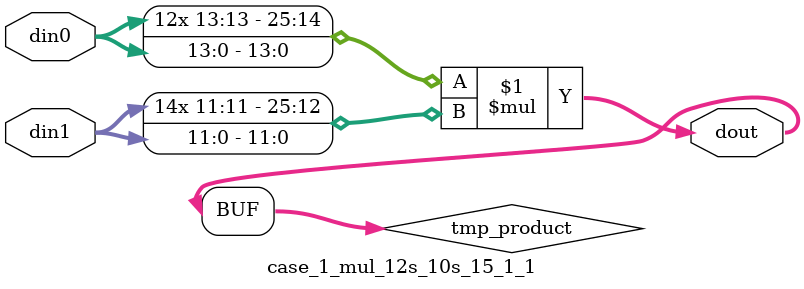
<source format=v>

`timescale 1 ns / 1 ps

 module case_1_mul_12s_10s_15_1_1(din0, din1, dout);
parameter ID = 1;
parameter NUM_STAGE = 0;
parameter din0_WIDTH = 14;
parameter din1_WIDTH = 12;
parameter dout_WIDTH = 26;

input [din0_WIDTH - 1 : 0] din0; 
input [din1_WIDTH - 1 : 0] din1; 
output [dout_WIDTH - 1 : 0] dout;

wire signed [dout_WIDTH - 1 : 0] tmp_product;



























assign tmp_product = $signed(din0) * $signed(din1);








assign dout = tmp_product;





















endmodule

</source>
